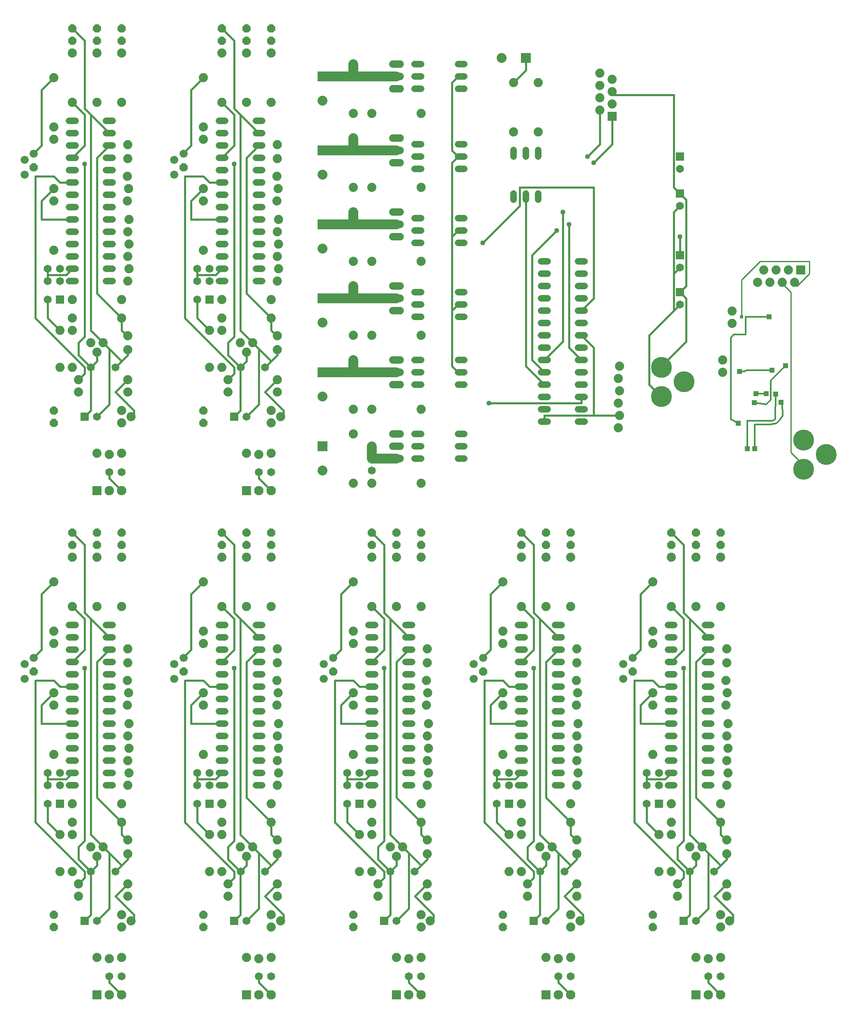
<source format=gbl>
G75*
G70*
%OFA0B0*%
%FSLAX25Y25*%
%IPPOS*%
%LPD*%
%AMOC8*
5,1,8,0,0,1.08239X$1,22.5*
%
%ADD102R,0.08000X0.08000*%
%ADD158C,0.06000*%
%ADD173C,0.07400*%
%ADD207R,0.06500X0.06500*%
%ADD224C,0.06500*%
%ADD260C,0.08000*%
%ADD267C,0.07600*%
%ADD289C,0.01600*%
%ADD30OC8,0.06600*%
%ADD320R,0.07400X0.07400*%
%ADD346C,0.17000*%
%ADD35C,0.01200*%
%ADD377R,0.07600X0.07600*%
%ADD436R,0.03960X0.03960*%
%ADD458C,0.07870*%
%ADD49C,0.06600*%
%ADD498C,0.01000*%
%ADD527C,0.03100*%
%ADD599C,0.05200*%
%ADD602C,0.04000*%
X0020000Y0020000D02*
G75*
%LPD*%
D599*
X0107560Y0203750D02*
X0102360Y0203750D01*
X0102360Y0213750D02*
X0107560Y0213750D01*
X0107560Y0223750D02*
X0102360Y0223750D01*
X0102360Y0233750D02*
X0107560Y0233750D01*
X0107560Y0243750D02*
X0102360Y0243750D01*
X0102360Y0253750D02*
X0107560Y0253750D01*
X0107560Y0263750D02*
X0102360Y0263750D01*
X0102360Y0273750D02*
X0107560Y0273750D01*
X0107560Y0283750D02*
X0102360Y0283750D01*
X0102360Y0293750D02*
X0107560Y0293750D01*
X0107560Y0303750D02*
X0102360Y0303750D01*
X0102360Y0313750D02*
X0107560Y0313750D01*
X0107560Y0323750D02*
X0102360Y0323750D01*
X0102360Y0333750D02*
X0107560Y0333750D01*
X0077560Y0333750D02*
X0072360Y0333750D01*
X0072360Y0323750D02*
X0077560Y0323750D01*
X0077560Y0313750D02*
X0072360Y0313750D01*
X0072360Y0303750D02*
X0077560Y0303750D01*
X0077560Y0293750D02*
X0072360Y0293750D01*
X0072360Y0283750D02*
X0077560Y0283750D01*
X0077560Y0273750D02*
X0072360Y0273750D01*
X0072360Y0263750D02*
X0077560Y0263750D01*
X0077560Y0253750D02*
X0072360Y0253750D01*
X0072360Y0243750D02*
X0077560Y0243750D01*
X0077560Y0233750D02*
X0072360Y0233750D01*
X0072360Y0223750D02*
X0077560Y0223750D01*
X0077560Y0213750D02*
X0072360Y0213750D01*
X0072360Y0203750D02*
X0077560Y0203750D01*
D173*
X0074960Y0188750D03*
X0074960Y0173750D03*
X0074960Y0163750D03*
X0064960Y0163750D03*
X0064960Y0133750D03*
X0074960Y0133750D03*
X0079960Y0123750D03*
X0079960Y0113750D03*
X0089960Y0153750D03*
X0094960Y0146250D03*
X0099960Y0153750D03*
X0114960Y0173750D03*
X0114960Y0188750D03*
X0119960Y0203750D03*
X0120960Y0213750D03*
X0119960Y0223750D03*
X0120960Y0233750D03*
X0119960Y0243750D03*
X0120960Y0253750D03*
X0119460Y0268750D03*
X0120460Y0278750D03*
X0119460Y0288750D03*
X0119960Y0303050D03*
X0119960Y0314450D03*
X0114960Y0348750D03*
X0114960Y0388750D03*
X0094960Y0388750D03*
X0094960Y0348750D03*
X0074960Y0348750D03*
X0074960Y0388750D03*
X0059960Y0368750D03*
X0059960Y0328750D03*
X0059960Y0318750D03*
X0059960Y0278750D03*
X0059960Y0268750D03*
X0059960Y0228750D03*
X0094960Y0064250D03*
X0104960Y0063250D03*
X0114960Y0064250D03*
X0114960Y0088750D03*
X0114960Y0098750D03*
X0119960Y0113750D03*
X0119960Y0123750D03*
X0119960Y0148050D03*
X0119960Y0159450D03*
X0122460Y0093750D03*
D224*
X0109810Y0133750D03*
X0094960Y0093750D03*
X0090120Y0133750D03*
X0104960Y0048750D03*
X0114960Y0048750D03*
X0064960Y0203750D03*
X0064960Y0213750D03*
X0054960Y0213750D03*
X0054960Y0203750D03*
X0054960Y0188750D03*
D207*
X0064960Y0188750D03*
X0084960Y0093750D03*
D377*
X0094960Y0033750D03*
D267*
X0114960Y0033750D03*
X0104960Y0033750D03*
D30*
X0059960Y0088750D03*
X0059960Y0098750D03*
X0043780Y0296250D03*
X0074960Y0398750D03*
X0074960Y0408750D03*
X0094960Y0408750D03*
X0094960Y0398750D03*
X0114960Y0398750D03*
X0114960Y0408750D03*
D49*
X0043780Y0307250D03*
X0036150Y0302250D03*
X0036150Y0290250D03*
D289*
X0043780Y0307250D02*
X0044960Y0308750D01*
X0049960Y0313750D01*
X0049960Y0358750D01*
X0059960Y0368750D01*
X0074960Y0348750D02*
X0084960Y0338750D01*
X0084960Y0313750D01*
X0074960Y0303750D01*
X0074960Y0283750D02*
X0064960Y0283750D01*
X0059960Y0288750D01*
X0044960Y0288750D01*
X0044960Y0173750D01*
X0084960Y0133750D01*
X0084960Y0128750D01*
X0079960Y0123750D01*
X0089960Y0133750D02*
X0079960Y0143750D01*
X0079960Y0153750D01*
X0084960Y0158750D01*
X0084960Y0298750D01*
X0094960Y0303750D02*
X0094960Y0193750D01*
X0114960Y0173750D01*
X0114960Y0163750D01*
X0119960Y0158750D01*
X0119960Y0159450D01*
X0119960Y0148750D02*
X0119960Y0148050D01*
X0119960Y0143750D01*
X0114960Y0138750D01*
X0104960Y0148750D01*
X0104960Y0103750D01*
X0094960Y0093750D01*
X0089960Y0098750D02*
X0089960Y0133750D01*
X0090120Y0133750D01*
X0089960Y0133750D02*
X0094960Y0138750D01*
X0094960Y0146250D01*
X0099960Y0153750D02*
X0089960Y0163750D01*
X0089960Y0338750D01*
X0104960Y0323750D01*
X0104960Y0313750D02*
X0094960Y0303750D01*
X0089960Y0338750D02*
X0084960Y0343750D01*
X0084960Y0398750D01*
X0074960Y0408750D01*
X0059960Y0278750D02*
X0049960Y0268750D01*
X0049960Y0253750D01*
X0074960Y0253750D01*
X0074960Y0213750D02*
X0069960Y0208750D01*
X0054960Y0208750D01*
X0054960Y0213750D01*
X0054960Y0208750D02*
X0054960Y0203750D01*
X0054960Y0188750D02*
X0054960Y0173750D01*
X0064960Y0163750D01*
X0089960Y0098750D02*
X0084960Y0093750D01*
X0104960Y0148750D02*
X0099960Y0153750D01*
X0114960Y0138750D02*
X0109960Y0133750D01*
X0109810Y0133750D01*
X0119960Y0123750D02*
X0109960Y0113750D01*
X0124960Y0098750D01*
X0124960Y0093750D01*
X0122460Y0093750D01*
X0104960Y0048750D02*
X0104960Y0043750D01*
X0114960Y0033750D01*
D602*
X0084960Y0298750D03*
X0141460Y0020000D02*
G75*
%LPD*%
D599*
X0229020Y0203750D02*
X0223820Y0203750D01*
X0223820Y0213750D02*
X0229020Y0213750D01*
X0229020Y0223750D02*
X0223820Y0223750D01*
X0223820Y0233750D02*
X0229020Y0233750D01*
X0229020Y0243750D02*
X0223820Y0243750D01*
X0223820Y0253750D02*
X0229020Y0253750D01*
X0229020Y0263750D02*
X0223820Y0263750D01*
X0223820Y0273750D02*
X0229020Y0273750D01*
X0229020Y0283750D02*
X0223820Y0283750D01*
X0223820Y0293750D02*
X0229020Y0293750D01*
X0229020Y0303750D02*
X0223820Y0303750D01*
X0223820Y0313750D02*
X0229020Y0313750D01*
X0229020Y0323750D02*
X0223820Y0323750D01*
X0223820Y0333750D02*
X0229020Y0333750D01*
X0199020Y0333750D02*
X0193820Y0333750D01*
X0193820Y0323750D02*
X0199020Y0323750D01*
X0199020Y0313750D02*
X0193820Y0313750D01*
X0193820Y0303750D02*
X0199020Y0303750D01*
X0199020Y0293750D02*
X0193820Y0293750D01*
X0193820Y0283750D02*
X0199020Y0283750D01*
X0199020Y0273750D02*
X0193820Y0273750D01*
X0193820Y0263750D02*
X0199020Y0263750D01*
X0199020Y0253750D02*
X0193820Y0253750D01*
X0193820Y0243750D02*
X0199020Y0243750D01*
X0199020Y0233750D02*
X0193820Y0233750D01*
X0193820Y0223750D02*
X0199020Y0223750D01*
X0199020Y0213750D02*
X0193820Y0213750D01*
X0193820Y0203750D02*
X0199020Y0203750D01*
D173*
X0196420Y0188750D03*
X0196420Y0173750D03*
X0196420Y0163750D03*
X0186420Y0163750D03*
X0186420Y0133750D03*
X0196420Y0133750D03*
X0201420Y0123750D03*
X0201420Y0113750D03*
X0211420Y0153750D03*
X0216420Y0146250D03*
X0221420Y0153750D03*
X0236420Y0173750D03*
X0236420Y0188750D03*
X0241420Y0203750D03*
X0242420Y0213750D03*
X0241420Y0223750D03*
X0242420Y0233750D03*
X0241420Y0243750D03*
X0242420Y0253750D03*
X0240920Y0268750D03*
X0241920Y0278750D03*
X0240920Y0288750D03*
X0241420Y0303050D03*
X0241420Y0314450D03*
X0236420Y0348750D03*
X0236420Y0388750D03*
X0216420Y0388750D03*
X0216420Y0348750D03*
X0196420Y0348750D03*
X0196420Y0388750D03*
X0181420Y0368750D03*
X0181420Y0328750D03*
X0181420Y0318750D03*
X0181420Y0278750D03*
X0181420Y0268750D03*
X0181420Y0228750D03*
X0216420Y0064250D03*
X0226420Y0063250D03*
X0236420Y0064250D03*
X0236420Y0088750D03*
X0236420Y0098750D03*
X0241420Y0113750D03*
X0241420Y0123750D03*
X0241420Y0148050D03*
X0241420Y0159450D03*
X0243920Y0093750D03*
D224*
X0231270Y0133750D03*
X0216420Y0093750D03*
X0211580Y0133750D03*
X0226420Y0048750D03*
X0236420Y0048750D03*
X0186420Y0203750D03*
X0186420Y0213750D03*
X0176420Y0213750D03*
X0176420Y0203750D03*
X0176420Y0188750D03*
D207*
X0186420Y0188750D03*
X0206420Y0093750D03*
D377*
X0216420Y0033750D03*
D267*
X0236420Y0033750D03*
X0226420Y0033750D03*
D30*
X0181420Y0088750D03*
X0181420Y0098750D03*
X0165240Y0296250D03*
X0196420Y0398750D03*
X0196420Y0408750D03*
X0216420Y0408750D03*
X0216420Y0398750D03*
X0236420Y0398750D03*
X0236420Y0408750D03*
D49*
X0165240Y0307250D03*
X0157610Y0302250D03*
X0157610Y0290250D03*
D289*
X0165240Y0307250D02*
X0166420Y0308750D01*
X0171420Y0313750D01*
X0171420Y0358750D01*
X0181420Y0368750D01*
X0196420Y0348750D02*
X0206420Y0338750D01*
X0206420Y0313750D01*
X0196420Y0303750D01*
X0196420Y0283750D02*
X0186420Y0283750D01*
X0181420Y0288750D01*
X0166420Y0288750D01*
X0166420Y0173750D01*
X0206420Y0133750D01*
X0206420Y0128750D01*
X0201420Y0123750D01*
X0211420Y0133750D02*
X0201420Y0143750D01*
X0201420Y0153750D01*
X0206420Y0158750D01*
X0206420Y0298750D01*
X0216420Y0303750D02*
X0216420Y0193750D01*
X0236420Y0173750D01*
X0236420Y0163750D01*
X0241420Y0158750D01*
X0241420Y0159450D01*
X0241420Y0148750D02*
X0241420Y0148050D01*
X0241420Y0143750D01*
X0236420Y0138750D01*
X0226420Y0148750D01*
X0226420Y0103750D01*
X0216420Y0093750D01*
X0211420Y0098750D02*
X0211420Y0133750D01*
X0211580Y0133750D01*
X0211420Y0133750D02*
X0216420Y0138750D01*
X0216420Y0146250D01*
X0221420Y0153750D02*
X0211420Y0163750D01*
X0211420Y0338750D01*
X0226420Y0323750D01*
X0226420Y0313750D02*
X0216420Y0303750D01*
X0211420Y0338750D02*
X0206420Y0343750D01*
X0206420Y0398750D01*
X0196420Y0408750D01*
X0181420Y0278750D02*
X0171420Y0268750D01*
X0171420Y0253750D01*
X0196420Y0253750D01*
X0196420Y0213750D02*
X0191420Y0208750D01*
X0176420Y0208750D01*
X0176420Y0213750D01*
X0176420Y0208750D02*
X0176420Y0203750D01*
X0176420Y0188750D02*
X0176420Y0173750D01*
X0186420Y0163750D01*
X0211420Y0098750D02*
X0206420Y0093750D01*
X0226420Y0148750D02*
X0221420Y0153750D01*
X0236420Y0138750D02*
X0231420Y0133750D01*
X0231270Y0133750D01*
X0241420Y0123750D02*
X0231420Y0113750D01*
X0246420Y0098750D01*
X0246420Y0093750D01*
X0243920Y0093750D01*
X0226420Y0048750D02*
X0226420Y0043750D01*
X0236420Y0033750D01*
D602*
X0206420Y0298750D03*
X0262920Y0020000D02*
G75*
%LPD*%
D599*
X0350480Y0203750D02*
X0345280Y0203750D01*
X0345280Y0213750D02*
X0350480Y0213750D01*
X0350480Y0223750D02*
X0345280Y0223750D01*
X0345280Y0233750D02*
X0350480Y0233750D01*
X0350480Y0243750D02*
X0345280Y0243750D01*
X0345280Y0253750D02*
X0350480Y0253750D01*
X0350480Y0263750D02*
X0345280Y0263750D01*
X0345280Y0273750D02*
X0350480Y0273750D01*
X0350480Y0283750D02*
X0345280Y0283750D01*
X0345280Y0293750D02*
X0350480Y0293750D01*
X0350480Y0303750D02*
X0345280Y0303750D01*
X0345280Y0313750D02*
X0350480Y0313750D01*
X0350480Y0323750D02*
X0345280Y0323750D01*
X0345280Y0333750D02*
X0350480Y0333750D01*
X0320480Y0333750D02*
X0315280Y0333750D01*
X0315280Y0323750D02*
X0320480Y0323750D01*
X0320480Y0313750D02*
X0315280Y0313750D01*
X0315280Y0303750D02*
X0320480Y0303750D01*
X0320480Y0293750D02*
X0315280Y0293750D01*
X0315280Y0283750D02*
X0320480Y0283750D01*
X0320480Y0273750D02*
X0315280Y0273750D01*
X0315280Y0263750D02*
X0320480Y0263750D01*
X0320480Y0253750D02*
X0315280Y0253750D01*
X0315280Y0243750D02*
X0320480Y0243750D01*
X0320480Y0233750D02*
X0315280Y0233750D01*
X0315280Y0223750D02*
X0320480Y0223750D01*
X0320480Y0213750D02*
X0315280Y0213750D01*
X0315280Y0203750D02*
X0320480Y0203750D01*
D173*
X0317880Y0188750D03*
X0317880Y0173750D03*
X0317880Y0163750D03*
X0307880Y0163750D03*
X0307880Y0133750D03*
X0317880Y0133750D03*
X0322880Y0123750D03*
X0322880Y0113750D03*
X0332880Y0153750D03*
X0337880Y0146250D03*
X0342880Y0153750D03*
X0357880Y0173750D03*
X0357880Y0188750D03*
X0362880Y0203750D03*
X0363880Y0213750D03*
X0362880Y0223750D03*
X0363880Y0233750D03*
X0362880Y0243750D03*
X0363880Y0253750D03*
X0362380Y0268750D03*
X0363380Y0278750D03*
X0362380Y0288750D03*
X0362880Y0303050D03*
X0362880Y0314450D03*
X0357880Y0348750D03*
X0357880Y0388750D03*
X0337880Y0388750D03*
X0337880Y0348750D03*
X0317880Y0348750D03*
X0317880Y0388750D03*
X0302880Y0368750D03*
X0302880Y0328750D03*
X0302880Y0318750D03*
X0302880Y0278750D03*
X0302880Y0268750D03*
X0302880Y0228750D03*
X0337880Y0064250D03*
X0347880Y0063250D03*
X0357880Y0064250D03*
X0357880Y0088750D03*
X0357880Y0098750D03*
X0362880Y0113750D03*
X0362880Y0123750D03*
X0362880Y0148050D03*
X0362880Y0159450D03*
X0365380Y0093750D03*
D224*
X0352730Y0133750D03*
X0337880Y0093750D03*
X0333040Y0133750D03*
X0347880Y0048750D03*
X0357880Y0048750D03*
X0307880Y0203750D03*
X0307880Y0213750D03*
X0297880Y0213750D03*
X0297880Y0203750D03*
X0297880Y0188750D03*
D207*
X0307880Y0188750D03*
X0327880Y0093750D03*
D377*
X0337880Y0033750D03*
D267*
X0357880Y0033750D03*
X0347880Y0033750D03*
D30*
X0302880Y0088750D03*
X0302880Y0098750D03*
X0286700Y0296250D03*
X0317880Y0398750D03*
X0317880Y0408750D03*
X0337880Y0408750D03*
X0337880Y0398750D03*
X0357880Y0398750D03*
X0357880Y0408750D03*
D49*
X0286700Y0307250D03*
X0279070Y0302250D03*
X0279070Y0290250D03*
D289*
X0286700Y0307250D02*
X0287880Y0308750D01*
X0292880Y0313750D01*
X0292880Y0358750D01*
X0302880Y0368750D01*
X0317880Y0348750D02*
X0327880Y0338750D01*
X0327880Y0313750D01*
X0317880Y0303750D01*
X0317880Y0283750D02*
X0307880Y0283750D01*
X0302880Y0288750D01*
X0287880Y0288750D01*
X0287880Y0173750D01*
X0327880Y0133750D01*
X0327880Y0128750D01*
X0322880Y0123750D01*
X0332880Y0133750D02*
X0322880Y0143750D01*
X0322880Y0153750D01*
X0327880Y0158750D01*
X0327880Y0298750D01*
X0337880Y0303750D02*
X0337880Y0193750D01*
X0357880Y0173750D01*
X0357880Y0163750D01*
X0362880Y0158750D01*
X0362880Y0159450D01*
X0362880Y0148750D02*
X0362880Y0148050D01*
X0362880Y0143750D01*
X0357880Y0138750D01*
X0347880Y0148750D01*
X0347880Y0103750D01*
X0337880Y0093750D01*
X0332880Y0098750D02*
X0332880Y0133750D01*
X0333040Y0133750D01*
X0332880Y0133750D02*
X0337880Y0138750D01*
X0337880Y0146250D01*
X0342880Y0153750D02*
X0332880Y0163750D01*
X0332880Y0338750D01*
X0347880Y0323750D01*
X0347880Y0313750D02*
X0337880Y0303750D01*
X0332880Y0338750D02*
X0327880Y0343750D01*
X0327880Y0398750D01*
X0317880Y0408750D01*
X0302880Y0278750D02*
X0292880Y0268750D01*
X0292880Y0253750D01*
X0317880Y0253750D01*
X0317880Y0213750D02*
X0312880Y0208750D01*
X0297880Y0208750D01*
X0297880Y0213750D01*
X0297880Y0208750D02*
X0297880Y0203750D01*
X0297880Y0188750D02*
X0297880Y0173750D01*
X0307880Y0163750D01*
X0332880Y0098750D02*
X0327880Y0093750D01*
X0347880Y0148750D02*
X0342880Y0153750D01*
X0357880Y0138750D02*
X0352880Y0133750D01*
X0352730Y0133750D01*
X0362880Y0123750D02*
X0352880Y0113750D01*
X0367880Y0098750D01*
X0367880Y0093750D01*
X0365380Y0093750D01*
X0347880Y0048750D02*
X0347880Y0043750D01*
X0357880Y0033750D01*
D602*
X0327880Y0298750D03*
X0384380Y0020000D02*
G75*
%LPD*%
D599*
X0471940Y0203750D02*
X0466740Y0203750D01*
X0466740Y0213750D02*
X0471940Y0213750D01*
X0471940Y0223750D02*
X0466740Y0223750D01*
X0466740Y0233750D02*
X0471940Y0233750D01*
X0471940Y0243750D02*
X0466740Y0243750D01*
X0466740Y0253750D02*
X0471940Y0253750D01*
X0471940Y0263750D02*
X0466740Y0263750D01*
X0466740Y0273750D02*
X0471940Y0273750D01*
X0471940Y0283750D02*
X0466740Y0283750D01*
X0466740Y0293750D02*
X0471940Y0293750D01*
X0471940Y0303750D02*
X0466740Y0303750D01*
X0466740Y0313750D02*
X0471940Y0313750D01*
X0471940Y0323750D02*
X0466740Y0323750D01*
X0466740Y0333750D02*
X0471940Y0333750D01*
X0441940Y0333750D02*
X0436740Y0333750D01*
X0436740Y0323750D02*
X0441940Y0323750D01*
X0441940Y0313750D02*
X0436740Y0313750D01*
X0436740Y0303750D02*
X0441940Y0303750D01*
X0441940Y0293750D02*
X0436740Y0293750D01*
X0436740Y0283750D02*
X0441940Y0283750D01*
X0441940Y0273750D02*
X0436740Y0273750D01*
X0436740Y0263750D02*
X0441940Y0263750D01*
X0441940Y0253750D02*
X0436740Y0253750D01*
X0436740Y0243750D02*
X0441940Y0243750D01*
X0441940Y0233750D02*
X0436740Y0233750D01*
X0436740Y0223750D02*
X0441940Y0223750D01*
X0441940Y0213750D02*
X0436740Y0213750D01*
X0436740Y0203750D02*
X0441940Y0203750D01*
D173*
X0439340Y0188750D03*
X0439340Y0173750D03*
X0439340Y0163750D03*
X0429340Y0163750D03*
X0429340Y0133750D03*
X0439340Y0133750D03*
X0444340Y0123750D03*
X0444340Y0113750D03*
X0454340Y0153750D03*
X0459340Y0146250D03*
X0464340Y0153750D03*
X0479340Y0173750D03*
X0479340Y0188750D03*
X0484340Y0203750D03*
X0485340Y0213750D03*
X0484340Y0223750D03*
X0485340Y0233750D03*
X0484340Y0243750D03*
X0485340Y0253750D03*
X0483840Y0268750D03*
X0484840Y0278750D03*
X0483840Y0288750D03*
X0484340Y0303050D03*
X0484340Y0314450D03*
X0479340Y0348750D03*
X0479340Y0388750D03*
X0459340Y0388750D03*
X0459340Y0348750D03*
X0439340Y0348750D03*
X0439340Y0388750D03*
X0424340Y0368750D03*
X0424340Y0328750D03*
X0424340Y0318750D03*
X0424340Y0278750D03*
X0424340Y0268750D03*
X0424340Y0228750D03*
X0459340Y0064250D03*
X0469340Y0063250D03*
X0479340Y0064250D03*
X0479340Y0088750D03*
X0479340Y0098750D03*
X0484340Y0113750D03*
X0484340Y0123750D03*
X0484340Y0148050D03*
X0484340Y0159450D03*
X0486840Y0093750D03*
D224*
X0474190Y0133750D03*
X0459340Y0093750D03*
X0454500Y0133750D03*
X0469340Y0048750D03*
X0479340Y0048750D03*
X0429340Y0203750D03*
X0429340Y0213750D03*
X0419340Y0213750D03*
X0419340Y0203750D03*
X0419340Y0188750D03*
D207*
X0429340Y0188750D03*
X0449340Y0093750D03*
D377*
X0459340Y0033750D03*
D267*
X0479340Y0033750D03*
X0469340Y0033750D03*
D30*
X0424340Y0088750D03*
X0424340Y0098750D03*
X0408160Y0296250D03*
X0439340Y0398750D03*
X0439340Y0408750D03*
X0459340Y0408750D03*
X0459340Y0398750D03*
X0479340Y0398750D03*
X0479340Y0408750D03*
D49*
X0408160Y0307250D03*
X0400530Y0302250D03*
X0400530Y0290250D03*
D289*
X0408160Y0307250D02*
X0409340Y0308750D01*
X0414340Y0313750D01*
X0414340Y0358750D01*
X0424340Y0368750D01*
X0439340Y0348750D02*
X0449340Y0338750D01*
X0449340Y0313750D01*
X0439340Y0303750D01*
X0439340Y0283750D02*
X0429340Y0283750D01*
X0424340Y0288750D01*
X0409340Y0288750D01*
X0409340Y0173750D01*
X0449340Y0133750D01*
X0449340Y0128750D01*
X0444340Y0123750D01*
X0454340Y0133750D02*
X0444340Y0143750D01*
X0444340Y0153750D01*
X0449340Y0158750D01*
X0449340Y0298750D01*
X0459340Y0303750D02*
X0459340Y0193750D01*
X0479340Y0173750D01*
X0479340Y0163750D01*
X0484340Y0158750D01*
X0484340Y0159450D01*
X0484340Y0148750D02*
X0484340Y0148050D01*
X0484340Y0143750D01*
X0479340Y0138750D01*
X0469340Y0148750D01*
X0469340Y0103750D01*
X0459340Y0093750D01*
X0454340Y0098750D02*
X0454340Y0133750D01*
X0454500Y0133750D01*
X0454340Y0133750D02*
X0459340Y0138750D01*
X0459340Y0146250D01*
X0464340Y0153750D02*
X0454340Y0163750D01*
X0454340Y0338750D01*
X0469340Y0323750D01*
X0469340Y0313750D02*
X0459340Y0303750D01*
X0454340Y0338750D02*
X0449340Y0343750D01*
X0449340Y0398750D01*
X0439340Y0408750D01*
X0424340Y0278750D02*
X0414340Y0268750D01*
X0414340Y0253750D01*
X0439340Y0253750D01*
X0439340Y0213750D02*
X0434340Y0208750D01*
X0419340Y0208750D01*
X0419340Y0213750D01*
X0419340Y0208750D02*
X0419340Y0203750D01*
X0419340Y0188750D02*
X0419340Y0173750D01*
X0429340Y0163750D01*
X0454340Y0098750D02*
X0449340Y0093750D01*
X0469340Y0148750D02*
X0464340Y0153750D01*
X0479340Y0138750D02*
X0474340Y0133750D01*
X0474190Y0133750D01*
X0484340Y0123750D02*
X0474340Y0113750D01*
X0489340Y0098750D01*
X0489340Y0093750D01*
X0486840Y0093750D01*
X0469340Y0048750D02*
X0469340Y0043750D01*
X0479340Y0033750D01*
D602*
X0449340Y0298750D03*
X0505840Y0020000D02*
G75*
%LPD*%
D599*
X0593400Y0203750D02*
X0588200Y0203750D01*
X0588200Y0213750D02*
X0593400Y0213750D01*
X0593400Y0223750D02*
X0588200Y0223750D01*
X0588200Y0233750D02*
X0593400Y0233750D01*
X0593400Y0243750D02*
X0588200Y0243750D01*
X0588200Y0253750D02*
X0593400Y0253750D01*
X0593400Y0263750D02*
X0588200Y0263750D01*
X0588200Y0273750D02*
X0593400Y0273750D01*
X0593400Y0283750D02*
X0588200Y0283750D01*
X0588200Y0293750D02*
X0593400Y0293750D01*
X0593400Y0303750D02*
X0588200Y0303750D01*
X0588200Y0313750D02*
X0593400Y0313750D01*
X0593400Y0323750D02*
X0588200Y0323750D01*
X0588200Y0333750D02*
X0593400Y0333750D01*
X0563400Y0333750D02*
X0558200Y0333750D01*
X0558200Y0323750D02*
X0563400Y0323750D01*
X0563400Y0313750D02*
X0558200Y0313750D01*
X0558200Y0303750D02*
X0563400Y0303750D01*
X0563400Y0293750D02*
X0558200Y0293750D01*
X0558200Y0283750D02*
X0563400Y0283750D01*
X0563400Y0273750D02*
X0558200Y0273750D01*
X0558200Y0263750D02*
X0563400Y0263750D01*
X0563400Y0253750D02*
X0558200Y0253750D01*
X0558200Y0243750D02*
X0563400Y0243750D01*
X0563400Y0233750D02*
X0558200Y0233750D01*
X0558200Y0223750D02*
X0563400Y0223750D01*
X0563400Y0213750D02*
X0558200Y0213750D01*
X0558200Y0203750D02*
X0563400Y0203750D01*
D173*
X0560800Y0188750D03*
X0560800Y0173750D03*
X0560800Y0163750D03*
X0550800Y0163750D03*
X0550800Y0133750D03*
X0560800Y0133750D03*
X0565800Y0123750D03*
X0565800Y0113750D03*
X0575800Y0153750D03*
X0580800Y0146250D03*
X0585800Y0153750D03*
X0600800Y0173750D03*
X0600800Y0188750D03*
X0605800Y0203750D03*
X0606800Y0213750D03*
X0605800Y0223750D03*
X0606800Y0233750D03*
X0605800Y0243750D03*
X0606800Y0253750D03*
X0605300Y0268750D03*
X0606300Y0278750D03*
X0605300Y0288750D03*
X0605800Y0303050D03*
X0605800Y0314450D03*
X0600800Y0348750D03*
X0600800Y0388750D03*
X0580800Y0388750D03*
X0580800Y0348750D03*
X0560800Y0348750D03*
X0560800Y0388750D03*
X0545800Y0368750D03*
X0545800Y0328750D03*
X0545800Y0318750D03*
X0545800Y0278750D03*
X0545800Y0268750D03*
X0545800Y0228750D03*
X0580800Y0064250D03*
X0590800Y0063250D03*
X0600800Y0064250D03*
X0600800Y0088750D03*
X0600800Y0098750D03*
X0605800Y0113750D03*
X0605800Y0123750D03*
X0605800Y0148050D03*
X0605800Y0159450D03*
X0608300Y0093750D03*
D224*
X0595650Y0133750D03*
X0580800Y0093750D03*
X0575960Y0133750D03*
X0590800Y0048750D03*
X0600800Y0048750D03*
X0550800Y0203750D03*
X0550800Y0213750D03*
X0540800Y0213750D03*
X0540800Y0203750D03*
X0540800Y0188750D03*
D207*
X0550800Y0188750D03*
X0570800Y0093750D03*
D377*
X0580800Y0033750D03*
D267*
X0600800Y0033750D03*
X0590800Y0033750D03*
D30*
X0545800Y0088750D03*
X0545800Y0098750D03*
X0529620Y0296250D03*
X0560800Y0398750D03*
X0560800Y0408750D03*
X0580800Y0408750D03*
X0580800Y0398750D03*
X0600800Y0398750D03*
X0600800Y0408750D03*
D49*
X0529620Y0307250D03*
X0521990Y0302250D03*
X0521990Y0290250D03*
D289*
X0529620Y0307250D02*
X0530800Y0308750D01*
X0535800Y0313750D01*
X0535800Y0358750D01*
X0545800Y0368750D01*
X0560800Y0348750D02*
X0570800Y0338750D01*
X0570800Y0313750D01*
X0560800Y0303750D01*
X0560800Y0283750D02*
X0550800Y0283750D01*
X0545800Y0288750D01*
X0530800Y0288750D01*
X0530800Y0173750D01*
X0570800Y0133750D01*
X0570800Y0128750D01*
X0565800Y0123750D01*
X0575800Y0133750D02*
X0565800Y0143750D01*
X0565800Y0153750D01*
X0570800Y0158750D01*
X0570800Y0298750D01*
X0580800Y0303750D02*
X0580800Y0193750D01*
X0600800Y0173750D01*
X0600800Y0163750D01*
X0605800Y0158750D01*
X0605800Y0159450D01*
X0605800Y0148750D02*
X0605800Y0148050D01*
X0605800Y0143750D01*
X0600800Y0138750D01*
X0590800Y0148750D01*
X0590800Y0103750D01*
X0580800Y0093750D01*
X0575800Y0098750D02*
X0575800Y0133750D01*
X0575960Y0133750D01*
X0575800Y0133750D02*
X0580800Y0138750D01*
X0580800Y0146250D01*
X0585800Y0153750D02*
X0575800Y0163750D01*
X0575800Y0338750D01*
X0590800Y0323750D01*
X0590800Y0313750D02*
X0580800Y0303750D01*
X0575800Y0338750D02*
X0570800Y0343750D01*
X0570800Y0398750D01*
X0560800Y0408750D01*
X0545800Y0278750D02*
X0535800Y0268750D01*
X0535800Y0253750D01*
X0560800Y0253750D01*
X0560800Y0213750D02*
X0555800Y0208750D01*
X0540800Y0208750D01*
X0540800Y0213750D01*
X0540800Y0208750D02*
X0540800Y0203750D01*
X0540800Y0188750D02*
X0540800Y0173750D01*
X0550800Y0163750D01*
X0575800Y0098750D02*
X0570800Y0093750D01*
X0590800Y0148750D02*
X0585800Y0153750D01*
X0600800Y0138750D02*
X0595800Y0133750D01*
X0595650Y0133750D01*
X0605800Y0123750D02*
X0595800Y0113750D01*
X0610800Y0098750D01*
X0610800Y0093750D01*
X0608300Y0093750D01*
X0590800Y0048750D02*
X0590800Y0043750D01*
X0600800Y0033750D01*
D602*
X0570800Y0298750D03*
X0020000Y0428950D02*
G75*
%LPD*%
D599*
X0107560Y0612700D02*
X0102360Y0612700D01*
X0102360Y0622700D02*
X0107560Y0622700D01*
X0107560Y0632700D02*
X0102360Y0632700D01*
X0102360Y0642700D02*
X0107560Y0642700D01*
X0107560Y0652700D02*
X0102360Y0652700D01*
X0102360Y0662700D02*
X0107560Y0662700D01*
X0107560Y0672700D02*
X0102360Y0672700D01*
X0102360Y0682700D02*
X0107560Y0682700D01*
X0107560Y0692700D02*
X0102360Y0692700D01*
X0102360Y0702700D02*
X0107560Y0702700D01*
X0107560Y0712700D02*
X0102360Y0712700D01*
X0102360Y0722700D02*
X0107560Y0722700D01*
X0107560Y0732700D02*
X0102360Y0732700D01*
X0102360Y0742700D02*
X0107560Y0742700D01*
X0077560Y0742700D02*
X0072360Y0742700D01*
X0072360Y0732700D02*
X0077560Y0732700D01*
X0077560Y0722700D02*
X0072360Y0722700D01*
X0072360Y0712700D02*
X0077560Y0712700D01*
X0077560Y0702700D02*
X0072360Y0702700D01*
X0072360Y0692700D02*
X0077560Y0692700D01*
X0077560Y0682700D02*
X0072360Y0682700D01*
X0072360Y0672700D02*
X0077560Y0672700D01*
X0077560Y0662700D02*
X0072360Y0662700D01*
X0072360Y0652700D02*
X0077560Y0652700D01*
X0077560Y0642700D02*
X0072360Y0642700D01*
X0072360Y0632700D02*
X0077560Y0632700D01*
X0077560Y0622700D02*
X0072360Y0622700D01*
X0072360Y0612700D02*
X0077560Y0612700D01*
D173*
X0074960Y0597700D03*
X0074960Y0582700D03*
X0074960Y0572700D03*
X0064960Y0572700D03*
X0064960Y0542700D03*
X0074960Y0542700D03*
X0079960Y0532700D03*
X0079960Y0522700D03*
X0089960Y0562700D03*
X0094960Y0555200D03*
X0099960Y0562700D03*
X0114960Y0582700D03*
X0114960Y0597700D03*
X0119960Y0612700D03*
X0120960Y0622700D03*
X0119960Y0632700D03*
X0120960Y0642700D03*
X0119960Y0652700D03*
X0120960Y0662700D03*
X0119460Y0677700D03*
X0120460Y0687700D03*
X0119460Y0697700D03*
X0119960Y0712000D03*
X0119960Y0723400D03*
X0114960Y0757700D03*
X0114960Y0797700D03*
X0094960Y0797700D03*
X0094960Y0757700D03*
X0074960Y0757700D03*
X0074960Y0797700D03*
X0059960Y0777700D03*
X0059960Y0737700D03*
X0059960Y0727700D03*
X0059960Y0687700D03*
X0059960Y0677700D03*
X0059960Y0637700D03*
X0094960Y0473200D03*
X0104960Y0472200D03*
X0114960Y0473200D03*
X0114960Y0497700D03*
X0114960Y0507700D03*
X0119960Y0522700D03*
X0119960Y0532700D03*
X0119960Y0557000D03*
X0119960Y0568400D03*
X0122460Y0502700D03*
D224*
X0109810Y0542700D03*
X0094960Y0502700D03*
X0090120Y0542700D03*
X0104960Y0457700D03*
X0114960Y0457700D03*
X0064960Y0612700D03*
X0064960Y0622700D03*
X0054960Y0622700D03*
X0054960Y0612700D03*
X0054960Y0597700D03*
D207*
X0064960Y0597700D03*
X0084960Y0502700D03*
D377*
X0094960Y0442700D03*
D267*
X0114960Y0442700D03*
X0104960Y0442700D03*
D30*
X0059960Y0497700D03*
X0059960Y0507700D03*
X0043780Y0705200D03*
X0074960Y0807700D03*
X0074960Y0817700D03*
X0094960Y0817700D03*
X0094960Y0807700D03*
X0114960Y0807700D03*
X0114960Y0817700D03*
D49*
X0043780Y0716200D03*
X0036150Y0711200D03*
X0036150Y0699200D03*
D289*
X0043780Y0716200D02*
X0044960Y0717700D01*
X0049960Y0722700D01*
X0049960Y0767700D01*
X0059960Y0777700D01*
X0074960Y0757700D02*
X0084960Y0747700D01*
X0084960Y0722700D01*
X0074960Y0712700D01*
X0074960Y0692700D02*
X0064960Y0692700D01*
X0059960Y0697700D01*
X0044960Y0697700D01*
X0044960Y0582700D01*
X0084960Y0542700D01*
X0084960Y0537700D01*
X0079960Y0532700D01*
X0089960Y0542700D02*
X0079960Y0552700D01*
X0079960Y0562700D01*
X0084960Y0567700D01*
X0084960Y0707700D01*
X0094960Y0712700D02*
X0094960Y0602700D01*
X0114960Y0582700D01*
X0114960Y0572700D01*
X0119960Y0567700D01*
X0119960Y0568400D01*
X0119960Y0557700D02*
X0119960Y0557000D01*
X0119960Y0552700D01*
X0114960Y0547700D01*
X0104960Y0557700D01*
X0104960Y0512700D01*
X0094960Y0502700D01*
X0089960Y0507700D02*
X0089960Y0542700D01*
X0090120Y0542700D01*
X0089960Y0542700D02*
X0094960Y0547700D01*
X0094960Y0555200D01*
X0099960Y0562700D02*
X0089960Y0572700D01*
X0089960Y0747700D01*
X0104960Y0732700D01*
X0104960Y0722700D02*
X0094960Y0712700D01*
X0089960Y0747700D02*
X0084960Y0752700D01*
X0084960Y0807700D01*
X0074960Y0817700D01*
X0059960Y0687700D02*
X0049960Y0677700D01*
X0049960Y0662700D01*
X0074960Y0662700D01*
X0074960Y0622700D02*
X0069960Y0617700D01*
X0054960Y0617700D01*
X0054960Y0622700D01*
X0054960Y0617700D02*
X0054960Y0612700D01*
X0054960Y0597700D02*
X0054960Y0582700D01*
X0064960Y0572700D01*
X0089960Y0507700D02*
X0084960Y0502700D01*
X0104960Y0557700D02*
X0099960Y0562700D01*
X0114960Y0547700D02*
X0109960Y0542700D01*
X0109810Y0542700D01*
X0119960Y0532700D02*
X0109960Y0522700D01*
X0124960Y0507700D01*
X0124960Y0502700D01*
X0122460Y0502700D01*
X0104960Y0457700D02*
X0104960Y0452700D01*
X0114960Y0442700D01*
D602*
X0084960Y0707700D03*
X0141460Y0428950D02*
G75*
%LPD*%
D599*
X0229020Y0612700D02*
X0223820Y0612700D01*
X0223820Y0622700D02*
X0229020Y0622700D01*
X0229020Y0632700D02*
X0223820Y0632700D01*
X0223820Y0642700D02*
X0229020Y0642700D01*
X0229020Y0652700D02*
X0223820Y0652700D01*
X0223820Y0662700D02*
X0229020Y0662700D01*
X0229020Y0672700D02*
X0223820Y0672700D01*
X0223820Y0682700D02*
X0229020Y0682700D01*
X0229020Y0692700D02*
X0223820Y0692700D01*
X0223820Y0702700D02*
X0229020Y0702700D01*
X0229020Y0712700D02*
X0223820Y0712700D01*
X0223820Y0722700D02*
X0229020Y0722700D01*
X0229020Y0732700D02*
X0223820Y0732700D01*
X0223820Y0742700D02*
X0229020Y0742700D01*
X0199020Y0742700D02*
X0193820Y0742700D01*
X0193820Y0732700D02*
X0199020Y0732700D01*
X0199020Y0722700D02*
X0193820Y0722700D01*
X0193820Y0712700D02*
X0199020Y0712700D01*
X0199020Y0702700D02*
X0193820Y0702700D01*
X0193820Y0692700D02*
X0199020Y0692700D01*
X0199020Y0682700D02*
X0193820Y0682700D01*
X0193820Y0672700D02*
X0199020Y0672700D01*
X0199020Y0662700D02*
X0193820Y0662700D01*
X0193820Y0652700D02*
X0199020Y0652700D01*
X0199020Y0642700D02*
X0193820Y0642700D01*
X0193820Y0632700D02*
X0199020Y0632700D01*
X0199020Y0622700D02*
X0193820Y0622700D01*
X0193820Y0612700D02*
X0199020Y0612700D01*
D173*
X0196420Y0597700D03*
X0196420Y0582700D03*
X0196420Y0572700D03*
X0186420Y0572700D03*
X0186420Y0542700D03*
X0196420Y0542700D03*
X0201420Y0532700D03*
X0201420Y0522700D03*
X0211420Y0562700D03*
X0216420Y0555200D03*
X0221420Y0562700D03*
X0236420Y0582700D03*
X0236420Y0597700D03*
X0241420Y0612700D03*
X0242420Y0622700D03*
X0241420Y0632700D03*
X0242420Y0642700D03*
X0241420Y0652700D03*
X0242420Y0662700D03*
X0240920Y0677700D03*
X0241920Y0687700D03*
X0240920Y0697700D03*
X0241420Y0712000D03*
X0241420Y0723400D03*
X0236420Y0757700D03*
X0236420Y0797700D03*
X0216420Y0797700D03*
X0216420Y0757700D03*
X0196420Y0757700D03*
X0196420Y0797700D03*
X0181420Y0777700D03*
X0181420Y0737700D03*
X0181420Y0727700D03*
X0181420Y0687700D03*
X0181420Y0677700D03*
X0181420Y0637700D03*
X0216420Y0473200D03*
X0226420Y0472200D03*
X0236420Y0473200D03*
X0236420Y0497700D03*
X0236420Y0507700D03*
X0241420Y0522700D03*
X0241420Y0532700D03*
X0241420Y0557000D03*
X0241420Y0568400D03*
X0243920Y0502700D03*
D224*
X0231270Y0542700D03*
X0216420Y0502700D03*
X0211580Y0542700D03*
X0226420Y0457700D03*
X0236420Y0457700D03*
X0186420Y0612700D03*
X0186420Y0622700D03*
X0176420Y0622700D03*
X0176420Y0612700D03*
X0176420Y0597700D03*
D207*
X0186420Y0597700D03*
X0206420Y0502700D03*
D377*
X0216420Y0442700D03*
D267*
X0236420Y0442700D03*
X0226420Y0442700D03*
D30*
X0181420Y0497700D03*
X0181420Y0507700D03*
X0165240Y0705200D03*
X0196420Y0807700D03*
X0196420Y0817700D03*
X0216420Y0817700D03*
X0216420Y0807700D03*
X0236420Y0807700D03*
X0236420Y0817700D03*
D49*
X0165240Y0716200D03*
X0157610Y0711200D03*
X0157610Y0699200D03*
D289*
X0165240Y0716200D02*
X0166420Y0717700D01*
X0171420Y0722700D01*
X0171420Y0767700D01*
X0181420Y0777700D01*
X0196420Y0757700D02*
X0206420Y0747700D01*
X0206420Y0722700D01*
X0196420Y0712700D01*
X0196420Y0692700D02*
X0186420Y0692700D01*
X0181420Y0697700D01*
X0166420Y0697700D01*
X0166420Y0582700D01*
X0206420Y0542700D01*
X0206420Y0537700D01*
X0201420Y0532700D01*
X0211420Y0542700D02*
X0201420Y0552700D01*
X0201420Y0562700D01*
X0206420Y0567700D01*
X0206420Y0707700D01*
X0216420Y0712700D02*
X0216420Y0602700D01*
X0236420Y0582700D01*
X0236420Y0572700D01*
X0241420Y0567700D01*
X0241420Y0568400D01*
X0241420Y0557700D02*
X0241420Y0557000D01*
X0241420Y0552700D01*
X0236420Y0547700D01*
X0226420Y0557700D01*
X0226420Y0512700D01*
X0216420Y0502700D01*
X0211420Y0507700D02*
X0211420Y0542700D01*
X0211580Y0542700D01*
X0211420Y0542700D02*
X0216420Y0547700D01*
X0216420Y0555200D01*
X0221420Y0562700D02*
X0211420Y0572700D01*
X0211420Y0747700D01*
X0226420Y0732700D01*
X0226420Y0722700D02*
X0216420Y0712700D01*
X0211420Y0747700D02*
X0206420Y0752700D01*
X0206420Y0807700D01*
X0196420Y0817700D01*
X0181420Y0687700D02*
X0171420Y0677700D01*
X0171420Y0662700D01*
X0196420Y0662700D01*
X0196420Y0622700D02*
X0191420Y0617700D01*
X0176420Y0617700D01*
X0176420Y0622700D01*
X0176420Y0617700D02*
X0176420Y0612700D01*
X0176420Y0597700D02*
X0176420Y0582700D01*
X0186420Y0572700D01*
X0211420Y0507700D02*
X0206420Y0502700D01*
X0226420Y0557700D02*
X0221420Y0562700D01*
X0236420Y0547700D02*
X0231420Y0542700D01*
X0231270Y0542700D01*
X0241420Y0532700D02*
X0231420Y0522700D01*
X0246420Y0507700D01*
X0246420Y0502700D01*
X0243920Y0502700D01*
X0226420Y0457700D02*
X0226420Y0452700D01*
X0236420Y0442700D01*
D602*
X0206420Y0707700D03*
X0262920Y0428950D02*
G75*
%LPD*%
D599*
X0490480Y0498950D02*
X0485280Y0498950D01*
X0485280Y0508950D02*
X0490480Y0508950D01*
X0490480Y0518950D02*
X0485280Y0518950D01*
X0485280Y0528950D02*
X0490480Y0528950D01*
X0490480Y0538950D02*
X0485280Y0538950D01*
X0485280Y0548950D02*
X0490480Y0548950D01*
X0490480Y0558950D02*
X0485280Y0558950D01*
X0485280Y0568950D02*
X0490480Y0568950D01*
X0490480Y0578950D02*
X0485280Y0578950D01*
X0485280Y0588950D02*
X0490480Y0588950D01*
X0490480Y0598950D02*
X0485280Y0598950D01*
X0485280Y0608950D02*
X0490480Y0608950D01*
X0490480Y0618950D02*
X0485280Y0618950D01*
X0485280Y0628950D02*
X0490480Y0628950D01*
X0460480Y0628950D02*
X0455280Y0628950D01*
X0455280Y0618950D02*
X0460480Y0618950D01*
X0460480Y0608950D02*
X0455280Y0608950D01*
X0455280Y0598950D02*
X0460480Y0598950D01*
X0460480Y0588950D02*
X0455280Y0588950D01*
X0455280Y0578950D02*
X0460480Y0578950D01*
X0460480Y0568950D02*
X0455280Y0568950D01*
X0455280Y0558950D02*
X0460480Y0558950D01*
X0460480Y0548950D02*
X0455280Y0548950D01*
X0455280Y0538950D02*
X0460480Y0538950D01*
X0460480Y0528950D02*
X0455280Y0528950D01*
X0455280Y0518950D02*
X0460480Y0518950D01*
X0460480Y0508950D02*
X0455280Y0508950D01*
X0455280Y0498950D02*
X0460480Y0498950D01*
X0393080Y0488950D02*
X0387880Y0488950D01*
X0387880Y0478950D02*
X0393080Y0478950D01*
X0393080Y0468950D02*
X0387880Y0468950D01*
X0357880Y0468950D02*
X0352680Y0468950D01*
X0352680Y0478950D02*
X0357880Y0478950D01*
X0357880Y0488950D02*
X0352680Y0488950D01*
X0352680Y0528950D02*
X0357880Y0528950D01*
X0357880Y0538950D02*
X0352680Y0538950D01*
X0352680Y0548950D02*
X0357880Y0548950D01*
X0387880Y0548950D02*
X0393080Y0548950D01*
X0393080Y0538950D02*
X0387880Y0538950D01*
X0387880Y0528950D02*
X0393080Y0528950D01*
X0393080Y0583950D02*
X0387880Y0583950D01*
X0387880Y0593950D02*
X0393080Y0593950D01*
X0393080Y0603950D02*
X0387880Y0603950D01*
X0357880Y0603950D02*
X0352680Y0603950D01*
X0352680Y0593950D02*
X0357880Y0593950D01*
X0357880Y0583950D02*
X0352680Y0583950D01*
X0352680Y0643950D02*
X0357880Y0643950D01*
X0357880Y0653950D02*
X0352680Y0653950D01*
X0352680Y0663950D02*
X0357880Y0663950D01*
X0387880Y0663950D02*
X0393080Y0663950D01*
X0393080Y0653950D02*
X0387880Y0653950D01*
X0387880Y0643950D02*
X0393080Y0643950D01*
X0432880Y0678750D02*
X0432880Y0683950D01*
X0442880Y0683950D02*
X0442880Y0678750D01*
X0452880Y0678750D02*
X0452880Y0683950D01*
X0452880Y0713950D02*
X0452880Y0719150D01*
X0442880Y0719150D02*
X0442880Y0713950D01*
X0432880Y0713950D02*
X0432880Y0719150D01*
X0393080Y0723950D02*
X0387880Y0723950D01*
X0387880Y0713950D02*
X0393080Y0713950D01*
X0393080Y0703950D02*
X0387880Y0703950D01*
X0357880Y0703950D02*
X0352680Y0703950D01*
X0352680Y0713950D02*
X0357880Y0713950D01*
X0357880Y0723950D02*
X0352680Y0723950D01*
X0352680Y0768950D02*
X0357880Y0768950D01*
X0357880Y0778950D02*
X0352680Y0778950D01*
X0352680Y0788950D02*
X0357880Y0788950D01*
X0387880Y0788950D02*
X0393080Y0788950D01*
X0393080Y0778950D02*
X0387880Y0778950D01*
X0387880Y0768950D02*
X0393080Y0768950D01*
D173*
X0517880Y0493950D03*
X0518880Y0503950D03*
X0517880Y0513950D03*
X0518880Y0523950D03*
X0517880Y0533950D03*
X0518880Y0543950D03*
X0357880Y0568950D03*
X0317880Y0568950D03*
X0302880Y0568950D03*
X0302880Y0548950D03*
X0302880Y0508950D03*
X0317880Y0508950D03*
X0302880Y0488950D03*
X0302880Y0448950D03*
X0317880Y0448950D03*
X0357880Y0448950D03*
X0357880Y0508950D03*
X0302880Y0608950D03*
X0302880Y0628950D03*
X0317880Y0628950D03*
X0302880Y0668950D03*
X0302880Y0688950D03*
X0317880Y0688950D03*
X0302880Y0728950D03*
X0302880Y0748950D03*
X0317880Y0748950D03*
X0302880Y0788950D03*
X0357880Y0748950D03*
X0357880Y0688950D03*
X0357880Y0628950D03*
X0432880Y0733950D03*
X0452880Y0733950D03*
X0452880Y0773950D03*
X0432880Y0773950D03*
X0502880Y0771450D03*
X0502880Y0781450D03*
X0512880Y0776450D03*
X0512880Y0766450D03*
X0512880Y0756450D03*
X0502880Y0761450D03*
X0502880Y0751450D03*
D158*
X0340880Y0768950D02*
X0334880Y0768950D01*
X0334880Y0778950D02*
X0340880Y0778950D01*
X0340880Y0788950D02*
X0334880Y0788950D01*
X0334880Y0728950D02*
X0340880Y0728950D01*
X0340880Y0718950D02*
X0334880Y0718950D01*
X0334880Y0708950D02*
X0340880Y0708950D01*
X0340880Y0668950D02*
X0334880Y0668950D01*
X0334880Y0658950D02*
X0340880Y0658950D01*
X0340880Y0648950D02*
X0334880Y0648950D01*
X0334880Y0608950D02*
X0340880Y0608950D01*
X0340880Y0598950D02*
X0334880Y0598950D01*
X0334880Y0588950D02*
X0340880Y0588950D01*
X0340880Y0548950D02*
X0334880Y0548950D01*
X0334880Y0538950D02*
X0340880Y0538950D01*
X0340880Y0528950D02*
X0334880Y0528950D01*
X0334880Y0488950D02*
X0340880Y0488950D01*
X0340880Y0478950D02*
X0334880Y0478950D01*
X0334880Y0468950D02*
X0340880Y0468950D01*
D224*
X0317880Y0478790D03*
X0317880Y0459100D03*
X0567880Y0593950D03*
X0567880Y0623950D03*
X0567880Y0673950D03*
X0567880Y0703950D03*
D320*
X0512880Y0746450D03*
D207*
X0567880Y0713950D03*
X0567880Y0683950D03*
X0567880Y0633950D03*
X0567880Y0603950D03*
D346*
X0552880Y0542880D03*
X0571380Y0531070D03*
X0552880Y0519260D03*
D102*
X0442880Y0793950D03*
X0277880Y0778950D03*
X0277880Y0718950D03*
X0277880Y0658950D03*
X0277880Y0598950D03*
X0277880Y0538950D03*
X0277880Y0478950D03*
D260*
X0277880Y0459260D03*
X0277880Y0519260D03*
X0277880Y0579260D03*
X0277880Y0639260D03*
X0277880Y0699260D03*
X0277880Y0759260D03*
X0423190Y0793950D03*
D289*
X0442880Y0783950D02*
X0432880Y0773950D01*
X0442880Y0783950D02*
X0442880Y0793950D01*
X0387880Y0778950D02*
X0382880Y0773950D01*
X0382880Y0718950D01*
X0387880Y0713950D01*
X0382880Y0708950D01*
X0382880Y0648950D01*
X0382880Y0588950D01*
X0382880Y0543950D01*
X0387880Y0538950D01*
X0412880Y0513950D02*
X0487880Y0513950D01*
X0487880Y0518950D01*
X0497880Y0503950D02*
X0497880Y0558950D01*
X0487880Y0568950D01*
X0477880Y0558950D02*
X0487880Y0548950D01*
X0477880Y0558950D02*
X0477880Y0658950D01*
X0472880Y0668950D02*
X0472880Y0563950D01*
X0457880Y0548950D01*
X0457880Y0538950D02*
X0447880Y0548950D01*
X0447880Y0633950D01*
X0467880Y0653950D01*
X0442880Y0683950D02*
X0442880Y0543950D01*
X0457880Y0528950D01*
X0457880Y0503950D02*
X0457880Y0498950D01*
X0457880Y0503950D02*
X0497880Y0503950D01*
X0518880Y0503950D01*
X0542880Y0528950D02*
X0552880Y0519260D01*
X0542880Y0528950D02*
X0542880Y0568950D01*
X0562880Y0588950D01*
X0562880Y0618950D01*
X0562880Y0668950D01*
X0567880Y0673950D01*
X0572880Y0678950D02*
X0567880Y0683950D01*
X0562880Y0688950D01*
X0562880Y0763950D01*
X0512880Y0763950D01*
X0512880Y0766450D01*
X0502880Y0751450D02*
X0502880Y0723950D01*
X0492880Y0713950D01*
X0497880Y0708950D02*
X0512880Y0723950D01*
X0512880Y0746450D01*
X0497880Y0688950D02*
X0497880Y0598950D01*
X0487880Y0588950D01*
X0552880Y0543950D02*
X0552880Y0542880D01*
X0552880Y0543950D02*
X0572880Y0563950D01*
X0572880Y0598950D01*
X0567880Y0603950D01*
X0572880Y0608950D01*
X0572880Y0678950D01*
X0567880Y0648950D02*
X0567880Y0633950D01*
X0567880Y0623950D02*
X0562880Y0618950D01*
X0567880Y0593950D02*
X0562880Y0588950D01*
X0497880Y0688950D02*
X0437880Y0688950D01*
X0437880Y0673950D01*
X0407880Y0643950D01*
X0387880Y0653950D02*
X0382880Y0648950D01*
X0387880Y0593950D02*
X0382880Y0588950D01*
D602*
X0407880Y0643950D03*
X0467880Y0653950D03*
X0477880Y0658950D03*
X0472880Y0668950D03*
X0497880Y0708950D03*
X0492880Y0713950D03*
X0567880Y0648950D03*
X0412880Y0513950D03*
D458*
X0337880Y0538950D02*
X0302880Y0538950D01*
X0277880Y0538950D01*
X0302880Y0538950D02*
X0302880Y0548950D01*
X0302880Y0598950D02*
X0337880Y0598950D01*
X0302880Y0598950D02*
X0277880Y0598950D01*
X0302880Y0598950D02*
X0302880Y0608950D01*
X0302880Y0658950D02*
X0337880Y0658950D01*
X0302880Y0658950D02*
X0277880Y0658950D01*
X0302880Y0658950D02*
X0302880Y0668950D01*
X0302880Y0718950D02*
X0337880Y0718950D01*
X0302880Y0718950D02*
X0277880Y0718950D01*
X0302880Y0718950D02*
X0302880Y0728950D01*
X0302880Y0778950D02*
X0337880Y0778950D01*
X0302880Y0778950D02*
X0277880Y0778950D01*
X0302880Y0778950D02*
X0302880Y0788950D01*
X0317880Y0478950D02*
X0317880Y0478790D01*
X0317880Y0468950D01*
X0337880Y0468950D01*
X0589380Y0428950D02*
G75*
%LPD*%
D173*
X0661040Y0611950D03*
X0656040Y0621950D03*
X0651040Y0611950D03*
X0646040Y0621950D03*
X0641040Y0611950D03*
X0636040Y0621950D03*
X0631040Y0611950D03*
X0610140Y0588550D03*
X0610140Y0578550D03*
X0602740Y0548950D03*
X0602740Y0538950D03*
D320*
X0666040Y0621950D03*
D346*
X0686650Y0472080D03*
X0668140Y0483890D03*
X0668140Y0460270D03*
D436*
X0649940Y0514550D03*
X0645740Y0521150D03*
X0637940Y0521350D03*
X0642740Y0540550D03*
X0653540Y0544150D03*
X0640340Y0583750D03*
X0616340Y0539350D03*
X0628340Y0514150D03*
X0629540Y0521350D03*
X0615140Y0497350D03*
X0622540Y0476750D03*
X0628540Y0476950D03*
D35*
X0628540Y0496550D01*
X0641340Y0496550D01*
X0646140Y0497350D01*
X0646340Y0497350D01*
X0648740Y0499750D01*
X0651140Y0503350D01*
X0650940Y0514550D01*
X0649940Y0514550D01*
X0645740Y0511750D02*
X0645740Y0521150D01*
X0641540Y0516550D02*
X0641540Y0532150D01*
X0653540Y0544150D01*
X0642740Y0540550D02*
X0622340Y0540550D01*
X0619940Y0539350D01*
X0616340Y0539350D01*
X0628340Y0514150D02*
X0637940Y0512950D01*
X0641540Y0516550D01*
X0637940Y0521350D02*
X0629540Y0521350D01*
X0622540Y0499550D02*
X0643340Y0499550D01*
X0645140Y0500950D01*
X0645140Y0510550D01*
X0645740Y0511750D01*
X0622540Y0499550D02*
X0622540Y0476750D01*
X0615140Y0497350D02*
X0609140Y0500950D01*
X0609140Y0566950D01*
X0611540Y0569350D01*
X0621140Y0569350D01*
X0621140Y0583750D01*
X0640340Y0583750D01*
D498*
X0657940Y0603950D02*
X0652940Y0608950D01*
X0651040Y0611950D01*
X0657940Y0603950D02*
X0657940Y0473950D01*
X0667940Y0463950D01*
X0668140Y0460270D01*
X0617940Y0583950D02*
X0617940Y0613950D01*
X0632940Y0628950D01*
X0672940Y0628950D01*
X0672940Y0618950D01*
X0662940Y0608950D01*
X0661040Y0611950D01*
D527*
X0617940Y0583950D03*
M02*

</source>
